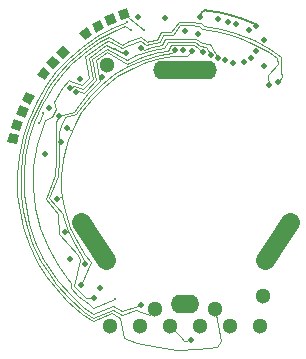
<source format=gbl>
G04 #@! TF.FileFunction,Copper,L4,Bot,Signal*
%FSLAX46Y46*%
G04 Gerber Fmt 4.6, Leading zero omitted, Abs format (unit mm)*
G04 Created by KiCad (PCBNEW 0.201503110816+5502~22~ubuntu14.04.1-product) date ថ្ងៃ​អាទិត្យ ថ្ងៃ 29 ខែ មិនា ឆ្នាំ  2015, 13 ម៉ោង m នាទី 44 វិនាទី​*
%MOMM*%
G01*
G04 APERTURE LIST*
%ADD10C,0.020000*%
%ADD11C,1.600000*%
%ADD12O,5.400000X1.600000*%
%ADD13O,2.400000X1.600000*%
%ADD14C,1.300000*%
%ADD15C,0.500000*%
%ADD16C,0.250000*%
%ADD17C,0.100000*%
%ADD18C,0.200000*%
G04 APERTURE END LIST*
D10*
D11*
X100845913Y-99563789D02*
X98754087Y-102736211D01*
D12*
X92000000Y-86650000D03*
D11*
X85243143Y-102738034D02*
X83156857Y-99561966D01*
D13*
X92000000Y-106500000D03*
D14*
X85650000Y-108320000D03*
X90730000Y-108320000D03*
X88190000Y-108320000D03*
X93270000Y-108320000D03*
X85400000Y-86200000D03*
X98600000Y-105800000D03*
X98350000Y-108320000D03*
X95820000Y-108320000D03*
X89460000Y-106920000D03*
X94550000Y-106920000D03*
D10*
G36*
X82195599Y-85169873D02*
X81620127Y-85725599D01*
X81064401Y-85150127D01*
X81639873Y-84594401D01*
X82195599Y-85169873D01*
X82195599Y-85169873D01*
G37*
G36*
X87322685Y-82169069D02*
X86570931Y-82442685D01*
X86297315Y-81690931D01*
X87049069Y-81417315D01*
X87322685Y-82169069D01*
X87322685Y-82169069D01*
G37*
G36*
X86211570Y-82583476D02*
X85486524Y-82921570D01*
X85148430Y-82196524D01*
X85873476Y-81858430D01*
X86211570Y-82583476D01*
X86211570Y-82583476D01*
G37*
G36*
X85146410Y-83096410D02*
X84453590Y-83496410D01*
X84053590Y-82803590D01*
X84746410Y-82403590D01*
X85146410Y-83096410D01*
X85146410Y-83096410D01*
G37*
G36*
X80568721Y-86891507D02*
X80098493Y-87538721D01*
X79451279Y-87068493D01*
X79921507Y-86421279D01*
X80568721Y-86891507D01*
X80568721Y-86891507D01*
G37*
G36*
X81344910Y-86000394D02*
X80809606Y-86594910D01*
X80215090Y-86059606D01*
X80750394Y-85465090D01*
X81344910Y-86000394D01*
X81344910Y-86000394D01*
G37*
G36*
X84127091Y-83698230D02*
X83471770Y-84157091D01*
X83012909Y-83501770D01*
X83668230Y-83042909D01*
X84127091Y-83698230D01*
X84127091Y-83698230D01*
G37*
G36*
X78268435Y-91052020D02*
X78007980Y-91808435D01*
X77251565Y-91547980D01*
X77512020Y-90791565D01*
X78268435Y-91052020D01*
X78268435Y-91052020D01*
G37*
G36*
X78725961Y-89961757D02*
X78408243Y-90695961D01*
X77674039Y-90378243D01*
X77991757Y-89644039D01*
X78725961Y-89961757D01*
X78725961Y-89961757D01*
G37*
G36*
X79250968Y-88894610D02*
X78875390Y-89600968D01*
X78169032Y-89225390D01*
X78544610Y-88519032D01*
X79250968Y-88894610D01*
X79250968Y-88894610D01*
G37*
G36*
X77904887Y-92178650D02*
X77711350Y-92954887D01*
X76935113Y-92761350D01*
X77128650Y-91985113D01*
X77904887Y-92178650D01*
X77904887Y-92178650D01*
G37*
D15*
X91990000Y-83360000D03*
X88030000Y-82150000D03*
X93060000Y-83590000D03*
X97410000Y-83270000D03*
X90310000Y-82230000D03*
X94740000Y-82360000D03*
X98630000Y-86340000D03*
X97940000Y-85040000D03*
X98660000Y-84080000D03*
X82270000Y-102630000D03*
X84780000Y-105100000D03*
X83050000Y-87390000D03*
X80090000Y-93730000D03*
D16*
X79640000Y-91110000D03*
X79970000Y-90320000D03*
X86060000Y-106050000D03*
D15*
X99120000Y-87930000D03*
X86980000Y-85250000D03*
D16*
X86050000Y-84890000D03*
D15*
X82210000Y-88190000D03*
X96020000Y-86070000D03*
D16*
X88460000Y-83230000D03*
D15*
X97570000Y-85600000D03*
X96970000Y-86020000D03*
X95380000Y-85830000D03*
X80440000Y-89870000D03*
X88220000Y-84800000D03*
X94750000Y-85630000D03*
X82760000Y-88540000D03*
X94130000Y-85420000D03*
X84920000Y-87210000D03*
X81290000Y-90530000D03*
X84250000Y-105970000D03*
X93500000Y-85150000D03*
X81510000Y-92730000D03*
X91110000Y-85000000D03*
X81840000Y-100390000D03*
X83470000Y-103050000D03*
X81130000Y-97580000D03*
X81960000Y-91600000D03*
X92550000Y-85020000D03*
X83134786Y-104823552D03*
D16*
X87360000Y-83230000D03*
D15*
X95630000Y-82560000D03*
D16*
X87100000Y-82570000D03*
D15*
X96260000Y-82730000D03*
X91770000Y-85000000D03*
X92440000Y-109550000D03*
X99810000Y-87700000D03*
X88220000Y-106560000D03*
X97990000Y-82900000D03*
X93210000Y-82150000D03*
D17*
X79970000Y-90320000D02*
X79640000Y-91110000D01*
X80090000Y-90910000D02*
X80690000Y-90670000D01*
X80690000Y-90670000D02*
X81080000Y-89960000D01*
X81080000Y-89960000D02*
X80850000Y-89360000D01*
X85700000Y-84290000D02*
X85460000Y-84190000D01*
X85460000Y-84190000D02*
X85430000Y-84180000D01*
X85430000Y-84180000D02*
X85100000Y-84360000D01*
X85100000Y-84360000D02*
X84520000Y-84780000D01*
X84520000Y-84780000D02*
X83660000Y-85400000D01*
X83660000Y-85400000D02*
X83600000Y-85450000D01*
X83600000Y-85450000D02*
X83540000Y-85490000D01*
X83540000Y-85490000D02*
X83879347Y-87330697D01*
X83879347Y-87330697D02*
X83880000Y-87330000D01*
X83850000Y-106500000D02*
X84220000Y-106790000D01*
X84220000Y-106790000D02*
X86060000Y-106050000D01*
X90100000Y-83710000D02*
X89820000Y-84310000D01*
X89820000Y-84310000D02*
X89040000Y-84450000D01*
X89040000Y-84450000D02*
X88710000Y-84580000D01*
X88710000Y-84580000D02*
X88250000Y-84240000D01*
X88250000Y-84240000D02*
X88230000Y-84240000D01*
X88230000Y-84240000D02*
X88190000Y-84220000D01*
X88190000Y-84220000D02*
X87210000Y-84560000D01*
X87210000Y-84560000D02*
X86610000Y-84830000D01*
X86610000Y-84830000D02*
X85700000Y-84290000D01*
X83880000Y-87330000D02*
X83290000Y-87960000D01*
X83290000Y-87960000D02*
X82210000Y-87580000D01*
X82210000Y-87580000D02*
X82110000Y-87530000D01*
X82110000Y-87530000D02*
X81560000Y-88200000D01*
X81560000Y-88200000D02*
X80850000Y-89360000D01*
X80090000Y-90910000D02*
X79420000Y-92900000D01*
X79420000Y-92900000D02*
X79120000Y-94780000D01*
X79120000Y-94780000D02*
X79070000Y-96530000D01*
X79070000Y-96530000D02*
X79230000Y-98330000D01*
X79230000Y-98330000D02*
X79680000Y-100040000D01*
X79680000Y-100040000D02*
X80330000Y-101640000D01*
X80330000Y-101640000D02*
X81200000Y-103170000D01*
X81200000Y-103170000D02*
X81980000Y-104260000D01*
X81980000Y-104260000D02*
X82360000Y-104710000D01*
X82360000Y-104710000D02*
X82300000Y-105120000D01*
X82300000Y-105120000D02*
X82930000Y-105760000D01*
X82930000Y-105760000D02*
X83850000Y-106500000D01*
X99120000Y-87930000D02*
X99000000Y-87090000D01*
X99000000Y-87090000D02*
X99810000Y-86110000D01*
X99810000Y-86110000D02*
X99800000Y-85680000D01*
X99800000Y-85680000D02*
X99040000Y-85120000D01*
X99040000Y-85120000D02*
X98080000Y-84590000D01*
X98080000Y-84590000D02*
X97550000Y-84330000D01*
X97550000Y-84330000D02*
X96590000Y-83950000D01*
X96590000Y-83950000D02*
X95620000Y-83620000D01*
X95620000Y-83620000D02*
X94480000Y-83340000D01*
X94480000Y-83340000D02*
X93400000Y-83170000D01*
X93400000Y-83170000D02*
X93170000Y-82900000D01*
X93170000Y-82900000D02*
X92460000Y-82830000D01*
X92460000Y-82830000D02*
X91570000Y-82830000D01*
X91570000Y-82830000D02*
X90920000Y-83710000D01*
X90920000Y-83710000D02*
X90100000Y-83710000D01*
X86050000Y-84890000D02*
X86700000Y-85230000D01*
X86700000Y-85230000D02*
X86980000Y-85250000D01*
X86050000Y-84890000D02*
X85920000Y-84880000D01*
X85920000Y-84880000D02*
X85290000Y-84540000D01*
X85290000Y-84540000D02*
X83820000Y-85600000D01*
X83820000Y-85600000D02*
X84180000Y-87420000D01*
X84180000Y-87420000D02*
X83360000Y-88260000D01*
X83360000Y-88260000D02*
X82570000Y-87980000D01*
X82570000Y-87980000D02*
X82210000Y-88190000D01*
X88460000Y-83230000D02*
X86810000Y-81930000D01*
X94120000Y-84430000D02*
X93410000Y-84400000D01*
X93410000Y-84400000D02*
X92910000Y-84020000D01*
X92910000Y-84020000D02*
X91730000Y-84000000D01*
X91730000Y-84000000D02*
X91450000Y-84000000D01*
X91450000Y-84000000D02*
X90300000Y-83990000D01*
X90300000Y-83990000D02*
X90000000Y-84570000D01*
X90000000Y-84570000D02*
X89190000Y-84690000D01*
X89190000Y-84690000D02*
X88460000Y-84940000D01*
X88460000Y-84940000D02*
X88220000Y-84800000D01*
X94750000Y-85630000D02*
X94120000Y-84430000D01*
X83580000Y-88420000D02*
X83420000Y-88590000D01*
X83420000Y-88590000D02*
X82880000Y-88410000D01*
X82880000Y-88410000D02*
X82760000Y-88540000D01*
X93790000Y-84680000D02*
X93270000Y-84640000D01*
X93270000Y-84640000D02*
X92820000Y-84300000D01*
X92820000Y-84300000D02*
X91370000Y-84250000D01*
X91370000Y-84250000D02*
X90630000Y-84310000D01*
X90630000Y-84310000D02*
X90520000Y-84320000D01*
X90520000Y-84320000D02*
X90230000Y-84800000D01*
X90230000Y-84800000D02*
X89270000Y-84950000D01*
X89270000Y-84950000D02*
X87860000Y-85420000D01*
X87860000Y-85420000D02*
X87040000Y-85820000D01*
X87040000Y-85820000D02*
X85370000Y-84880000D01*
X85370000Y-84880000D02*
X85340000Y-84860000D01*
X85340000Y-84860000D02*
X84130000Y-85710000D01*
X84130000Y-85710000D02*
X84470000Y-87510000D01*
X84470000Y-87510000D02*
X83580000Y-88420000D01*
X94130000Y-85420000D02*
X93790000Y-84680000D01*
X84920000Y-87210000D02*
X84686272Y-87256253D01*
X84686272Y-87256253D02*
X84686272Y-87256255D01*
X81240000Y-98820000D02*
X80180000Y-97570000D01*
X80180000Y-97570000D02*
X80950000Y-95560000D01*
X82570000Y-90180000D02*
X81290000Y-90530000D01*
X81049279Y-92328009D02*
X81040000Y-91030000D01*
X81040000Y-91030000D02*
X81290000Y-90530000D01*
X83070000Y-105470000D02*
X83600000Y-105960000D01*
X83600000Y-105960000D02*
X84250000Y-105970000D01*
X92730000Y-84560000D02*
X91640000Y-84510000D01*
X91640000Y-84510000D02*
X90770000Y-84550000D01*
X90770000Y-84550000D02*
X90500000Y-85010000D01*
X90500000Y-85010000D02*
X89660000Y-85150000D01*
X89660000Y-85150000D02*
X88340000Y-85540000D01*
X88340000Y-85540000D02*
X87030000Y-86110000D01*
X87030000Y-86110000D02*
X85360000Y-85170000D01*
X85360000Y-85170000D02*
X84420000Y-85820000D01*
X84420000Y-85820000D02*
X84686272Y-87256255D01*
X84686272Y-87256255D02*
X84750000Y-87600000D01*
X84750000Y-87600000D02*
X83750000Y-88610000D01*
X83750000Y-88610000D02*
X83000000Y-89600000D01*
X83000000Y-89600000D02*
X82570000Y-90180000D01*
X93500000Y-85150000D02*
X92730000Y-84560000D01*
X83070000Y-105470000D02*
X82590000Y-104970000D01*
X82590000Y-104970000D02*
X83040000Y-102760000D01*
X83040000Y-102760000D02*
X82890000Y-102320000D01*
X82890000Y-102320000D02*
X81340000Y-100550000D01*
X81340000Y-100550000D02*
X81240000Y-98820000D01*
X80950000Y-95560000D02*
X81060000Y-94290000D01*
X81060000Y-94290000D02*
X81049279Y-92328009D01*
X81210000Y-95600000D02*
X80480000Y-97510000D01*
X80480000Y-97510000D02*
X81600000Y-98850000D01*
X81600000Y-98850000D02*
X81660000Y-99050000D01*
X81310000Y-92220000D02*
X81340000Y-92560000D01*
X82910000Y-90160000D02*
X82730000Y-90410000D01*
X82730000Y-90410000D02*
X81780000Y-90670000D01*
X81780000Y-90670000D02*
X81450000Y-91390000D01*
X81450000Y-91390000D02*
X81300000Y-91900000D01*
X81300000Y-91900000D02*
X81310000Y-92220000D01*
X81340000Y-92560000D02*
X81510000Y-92730000D01*
X90860000Y-85230000D02*
X89870000Y-85380000D01*
X89870000Y-85380000D02*
X88420000Y-85790000D01*
X88420000Y-85790000D02*
X87160000Y-86340000D01*
X87160000Y-86340000D02*
X85990000Y-87020000D01*
X85990000Y-87020000D02*
X84860000Y-87890000D01*
X84860000Y-87890000D02*
X83900000Y-88860000D01*
X83900000Y-88860000D02*
X83000000Y-90050000D01*
X83000000Y-90050000D02*
X82910000Y-90160000D01*
X81340000Y-94050000D02*
X81340000Y-94240000D01*
X81340000Y-92560000D02*
X81340000Y-94050000D01*
X81340000Y-94240000D02*
X81210000Y-95600000D01*
X81660000Y-99050000D02*
X82040000Y-100310000D01*
X91110000Y-85000000D02*
X90860000Y-85230000D01*
X82040000Y-100310000D02*
X81840000Y-100390000D01*
X83470000Y-103050000D02*
X83370000Y-102570000D01*
X82040000Y-100310000D02*
X82710000Y-101520000D01*
X82710000Y-101520000D02*
X83370000Y-102570000D01*
X81564699Y-97326423D02*
X81130000Y-97580000D01*
X82400324Y-91816260D02*
X81960000Y-91600000D01*
X82087980Y-92624676D02*
X81900000Y-93160000D01*
X81900000Y-93160000D02*
X81620000Y-94220000D01*
X84060000Y-89080000D02*
X83170000Y-90240000D01*
X83170000Y-90240000D02*
X82620857Y-91245472D01*
X82620857Y-91245472D02*
X82400324Y-91816260D01*
X82400324Y-91816260D02*
X82399789Y-91817645D01*
X82399789Y-91817645D02*
X82087980Y-92624676D01*
X81620000Y-94220000D02*
X81470000Y-95620000D01*
X81470000Y-95620000D02*
X81500000Y-96880000D01*
X81500000Y-96880000D02*
X81564699Y-97326423D01*
X92550000Y-85020000D02*
X92130000Y-85450000D01*
X86200000Y-87200000D02*
X85070000Y-88060000D01*
X87360000Y-86530000D02*
X86200000Y-87200000D01*
X88630000Y-86010000D02*
X87360000Y-86530000D01*
X89820000Y-85670000D02*
X88630000Y-86010000D01*
X90930000Y-85500000D02*
X89820000Y-85670000D01*
X92130000Y-85450000D02*
X90930000Y-85500000D01*
X85070000Y-88060000D02*
X84060000Y-89080000D01*
X84030000Y-102940000D02*
X83134786Y-104823552D01*
X83540000Y-102330000D02*
X84030000Y-102940000D01*
X82800000Y-101140000D02*
X83540000Y-102330000D01*
X82230000Y-100000000D02*
X82800000Y-101140000D01*
X81700000Y-98260000D02*
X82230000Y-100000000D01*
X81564699Y-97326423D02*
X81572413Y-97379650D01*
X81572413Y-97379650D02*
X81700000Y-98260000D01*
X87360000Y-83230000D02*
X86910000Y-82920000D01*
X86910000Y-82920000D02*
X85930000Y-83320000D01*
X85930000Y-83320000D02*
X84600000Y-84060000D01*
X84600000Y-84060000D02*
X83350000Y-84950000D01*
X83350000Y-84950000D02*
X82170000Y-85990000D01*
X82170000Y-85990000D02*
X81300000Y-86900000D01*
X81300000Y-86900000D02*
X80490000Y-87990000D01*
X80490000Y-87990000D02*
X79750000Y-89270000D01*
X79750000Y-89270000D02*
X78970000Y-90970000D01*
X78970000Y-90970000D02*
X78550000Y-92220000D01*
X78550000Y-92220000D02*
X78170000Y-93930000D01*
X78170000Y-93930000D02*
X78050000Y-95360000D01*
X78050000Y-95360000D02*
X78050000Y-97250000D01*
X78050000Y-97250000D02*
X78250000Y-98620000D01*
X78250000Y-98620000D02*
X78560000Y-99940000D01*
X78560000Y-99940000D02*
X79030000Y-101290000D01*
X79030000Y-101290000D02*
X79680000Y-102720000D01*
X79680000Y-102720000D02*
X80420000Y-103860000D01*
X80420000Y-103860000D02*
X81080000Y-104770000D01*
X81080000Y-104770000D02*
X82150000Y-105960000D01*
X82150000Y-105960000D02*
X83410000Y-107110000D01*
X83410000Y-107110000D02*
X84180000Y-107640000D01*
X84180000Y-107640000D02*
X85850000Y-106950000D01*
X85850000Y-106950000D02*
X86640000Y-107410000D01*
X86640000Y-107410000D02*
X87780000Y-106990000D01*
X87780000Y-106990000D02*
X88280000Y-107150000D01*
X88280000Y-107150000D02*
X88770000Y-107310000D01*
X88770000Y-107310000D02*
X89010000Y-107390000D01*
X89010000Y-107390000D02*
X89460000Y-106920000D01*
X80950000Y-105030000D02*
X82020000Y-106200000D01*
X82020000Y-106200000D02*
X83290000Y-107340000D01*
X83290000Y-107340000D02*
X84150000Y-107940000D01*
X84150000Y-107940000D02*
X85810000Y-107250000D01*
X85810000Y-107250000D02*
X86300000Y-107530000D01*
X86300000Y-107530000D02*
X86460000Y-107620000D01*
X86460000Y-107620000D02*
X86830000Y-109360000D01*
X86830000Y-109360000D02*
X87920000Y-109750000D01*
X87920000Y-109750000D02*
X89670000Y-110150000D01*
X89670000Y-110150000D02*
X91260000Y-110350000D01*
X91260000Y-110350000D02*
X93110000Y-110310000D01*
X93110000Y-110310000D02*
X94700000Y-110090000D01*
X94700000Y-110090000D02*
X95040000Y-109640000D01*
X95040000Y-109640000D02*
X94550000Y-106920000D01*
X77970000Y-98600000D02*
X78290000Y-99970000D01*
X78290000Y-99970000D02*
X78770000Y-101350000D01*
X78770000Y-101350000D02*
X79480000Y-102880000D01*
X79480000Y-102880000D02*
X80230000Y-104070000D01*
X80230000Y-104070000D02*
X80950000Y-105030000D01*
X87100000Y-82570000D02*
X85830000Y-83080000D01*
X85830000Y-83080000D02*
X84540000Y-83790000D01*
X84540000Y-83790000D02*
X83270000Y-84670000D01*
X83270000Y-84670000D02*
X82040000Y-85750000D01*
X82040000Y-85750000D02*
X81070000Y-86770000D01*
X81070000Y-86770000D02*
X80230000Y-87910000D01*
X80230000Y-87910000D02*
X79460000Y-89250000D01*
X79460000Y-89250000D02*
X78680000Y-90990000D01*
X78680000Y-90990000D02*
X78270000Y-92230000D01*
X78270000Y-92230000D02*
X77910000Y-93920000D01*
X77910000Y-93920000D02*
X77770000Y-95420000D01*
X77770000Y-95420000D02*
X77780000Y-97260000D01*
X77780000Y-97260000D02*
X77970000Y-98600000D01*
X90730000Y-108320000D02*
X91660000Y-109290000D01*
X91660000Y-109290000D02*
X91910000Y-109600000D01*
X91910000Y-109600000D02*
X92440000Y-109550000D01*
X100130000Y-86730000D02*
X100150000Y-87290000D01*
X100150000Y-87290000D02*
X99810000Y-87700000D01*
X85500000Y-83860000D02*
X85040000Y-84100000D01*
X85040000Y-84100000D02*
X84700000Y-84300000D01*
X84700000Y-84300000D02*
X84090000Y-84740000D01*
X84090000Y-84740000D02*
X83410000Y-85250000D01*
X83410000Y-85250000D02*
X83230000Y-85400000D01*
X83230000Y-85400000D02*
X82440000Y-86090000D01*
X82440000Y-86090000D02*
X81620000Y-86940000D01*
X81620000Y-86940000D02*
X80810000Y-88000000D01*
X80810000Y-88000000D02*
X80190000Y-89040000D01*
X80190000Y-89040000D02*
X79890000Y-89570000D01*
X79890000Y-89570000D02*
X79200000Y-91080000D01*
X79200000Y-91080000D02*
X78790000Y-92320000D01*
X78790000Y-92320000D02*
X78440000Y-93960000D01*
X78440000Y-93960000D02*
X78310000Y-95390000D01*
X78310000Y-95390000D02*
X78310000Y-97180000D01*
X78310000Y-97180000D02*
X78790000Y-99730000D01*
X78790000Y-99730000D02*
X79290000Y-101210000D01*
X79290000Y-101210000D02*
X79980000Y-102690000D01*
X79980000Y-102690000D02*
X81210000Y-104490000D01*
X81210000Y-104490000D02*
X82280000Y-105720000D01*
X82280000Y-105720000D02*
X83340000Y-106710000D01*
X83340000Y-106710000D02*
X84200000Y-107340000D01*
X84200000Y-107340000D02*
X85890000Y-106630000D01*
X85890000Y-106630000D02*
X86660000Y-107100000D01*
X86660000Y-107100000D02*
X88220000Y-106560000D01*
X91500000Y-82570000D02*
X91430000Y-82570000D01*
X91430000Y-82570000D02*
X90780000Y-83450000D01*
X90780000Y-83450000D02*
X90000000Y-83460000D01*
X90000000Y-83460000D02*
X89920000Y-83470000D01*
X89920000Y-83470000D02*
X89610000Y-84090000D01*
X89610000Y-84090000D02*
X88960000Y-84190000D01*
X88960000Y-84190000D02*
X88730000Y-84270000D01*
X88730000Y-84270000D02*
X88210000Y-83900000D01*
X88210000Y-83900000D02*
X87270000Y-84240000D01*
X87270000Y-84240000D02*
X86620000Y-84530000D01*
X86620000Y-84530000D02*
X85500000Y-83860000D01*
X100130000Y-86730000D02*
X100070000Y-85530000D01*
X100070000Y-85530000D02*
X99150000Y-84860000D01*
X99150000Y-84860000D02*
X97830000Y-84150000D01*
X97830000Y-84150000D02*
X96220000Y-83520000D01*
X96220000Y-83520000D02*
X95050000Y-83170000D01*
X95050000Y-83170000D02*
X93540000Y-82890000D01*
X93540000Y-82890000D02*
X93300000Y-82640000D01*
X93300000Y-82640000D02*
X92380000Y-82560000D01*
X92380000Y-82560000D02*
X91500000Y-82570000D01*
D18*
X93630000Y-81600000D02*
X93350000Y-81790000D01*
X97990000Y-82900000D02*
X97880000Y-82720000D01*
X96870000Y-82340000D02*
X95800000Y-82010000D01*
X95800000Y-82010000D02*
X94750000Y-81760000D01*
X94750000Y-81760000D02*
X93880000Y-81620000D01*
X97880000Y-82720000D02*
X96870000Y-82340000D01*
X93880000Y-81620000D02*
X93630000Y-81600000D01*
X93210000Y-82150000D02*
X93350000Y-81790000D01*
M02*

</source>
